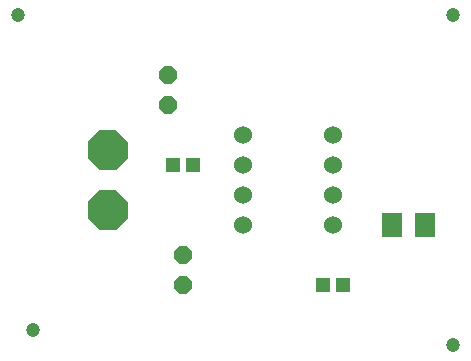
<source format=gbr>
G04 EAGLE Gerber RS-274X export*
G75*
%MOMM*%
%FSLAX34Y34*%
%LPD*%
%INSoldermask Top*%
%IPPOS*%
%AMOC8*
5,1,8,0,0,1.08239X$1,22.5*%
G01*
%ADD10C,1.203200*%
%ADD11R,1.803200X2.003200*%
%ADD12P,3.629037X8X202.500000*%
%ADD13C,1.524000*%
%ADD14P,1.649562X8X292.500000*%
%ADD15R,1.203200X1.303200*%


D10*
X63500Y355600D03*
X76200Y88900D03*
X431800Y76200D03*
X431800Y355600D03*
D11*
X379700Y177800D03*
X407700Y177800D03*
D12*
X139700Y241300D03*
X139700Y190500D03*
D13*
X254000Y254000D03*
X254000Y228600D03*
X330200Y228600D03*
X330200Y254000D03*
X254000Y203200D03*
X254000Y177800D03*
X330200Y203200D03*
X330200Y177800D03*
D14*
X203200Y152400D03*
X203200Y127000D03*
X190500Y304800D03*
X190500Y279400D03*
D15*
X338700Y127000D03*
X321700Y127000D03*
X194700Y228600D03*
X211700Y228600D03*
M02*

</source>
